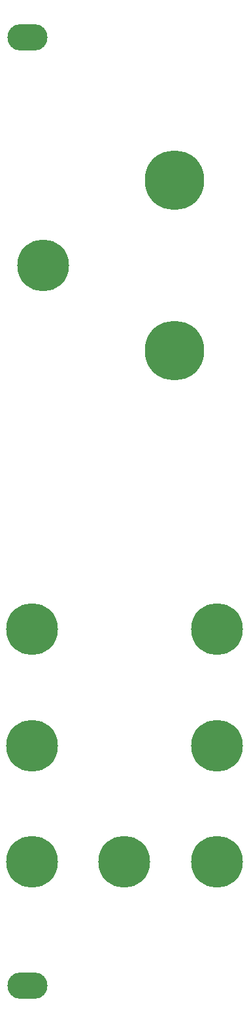
<source format=gbs>
G04 #@! TF.GenerationSoftware,KiCad,Pcbnew,(5.0.0-rc2)*
G04 #@! TF.CreationDate,2020-07-08T20:50:26+03:00*
G04 #@! TF.ProjectId,VCAPNL2,564341504E4C322E6B696361645F7063,rev?*
G04 #@! TF.SameCoordinates,PX2e28680PY88601c0*
G04 #@! TF.FileFunction,Soldermask,Bot*
G04 #@! TF.FilePolarity,Negative*
%FSLAX46Y46*%
G04 Gerber Fmt 4.6, Leading zero omitted, Abs format (unit mm)*
G04 Created by KiCad (PCBNEW (5.0.0-rc2)) date Wed Jul  8 20:50:26 2020*
%MOMM*%
%LPD*%
G01*
G04 APERTURE LIST*
%ADD10C,7.700000*%
%ADD11C,6.700000*%
%ADD12O,5.200000X3.400000*%
G04 APERTURE END LIST*
D10*
G04 #@! TO.C,Ref\002A\002A*
X26600000Y107000000D03*
G04 #@! TD*
D11*
G04 #@! TO.C,Ref\002A\002A*
X9600000Y96000000D03*
G04 #@! TD*
D10*
G04 #@! TO.C,Ref\002A\002A*
X26600000Y85000000D03*
G04 #@! TD*
D12*
G04 #@! TO.C,X*
X7500000Y125500000D03*
G04 #@! TD*
G04 #@! TO.C,X*
X7500000Y3000000D03*
G04 #@! TD*
D11*
G04 #@! TO.C,Ref\002A\002A*
X8100000Y49000000D03*
G04 #@! TD*
G04 #@! TO.C,Ref\002A\002A*
X32100000Y49000000D03*
G04 #@! TD*
G04 #@! TO.C,Ref\002A\002A*
X8100000Y34000000D03*
G04 #@! TD*
G04 #@! TO.C,Ref\002A\002A*
X32100000Y34000000D03*
G04 #@! TD*
G04 #@! TO.C,Ref\002A\002A*
X8100000Y19000000D03*
G04 #@! TD*
G04 #@! TO.C,Ref\002A\002A*
X20100000Y19000000D03*
G04 #@! TD*
G04 #@! TO.C,Ref\002A\002A*
X32100000Y19000000D03*
G04 #@! TD*
M02*

</source>
